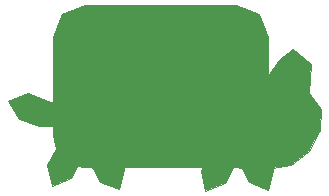
<source format=gts>
G04 #@! TF.FileFunction,Soldermask,Top*
%FSLAX46Y46*%
G04 Gerber Fmt 4.6, Leading zero omitted, Abs format (unit mm)*
G04 Created by KiCad (PCBNEW 4.0.4-stable) date 08/29/17 21:10:05*
%MOMM*%
%LPD*%
G01*
G04 APERTURE LIST*
%ADD10C,0.100000*%
%ADD11C,0.047783*%
%ADD12R,1.200000X1.200000*%
G04 APERTURE END LIST*
D10*
D11*
G36*
X2876086Y2637522D02*
X916539Y1828366D01*
X107383Y-131182D01*
X107383Y-5672938D01*
X-249002Y-5495244D01*
X-2009772Y-4878042D01*
X-3653074Y-5507688D01*
X-2762486Y-7025311D01*
X-1001591Y-7642512D01*
X107385Y-7598088D01*
X107385Y-8366482D01*
X381393Y-9572516D01*
X-352532Y-10972546D01*
X31727Y-12689764D01*
X1662713Y-12029010D01*
X2177629Y-11046835D01*
X2876088Y-11135184D01*
X3473256Y-11135184D01*
X4109001Y-12347567D01*
X5739859Y-13008321D01*
X6124242Y-11291103D01*
X6042488Y-11135185D01*
X12816051Y-11135185D01*
X12662745Y-11427609D01*
X13047004Y-13144952D01*
X14677990Y-12484197D01*
X15385160Y-11135186D01*
X15527141Y-11135186D01*
X16121201Y-11174134D01*
X16760182Y-12393109D01*
X18391168Y-13053863D01*
X18775427Y-11336645D01*
X18699645Y-11192051D01*
X20291059Y-10923517D01*
X21807722Y-9760281D01*
X22744084Y-7994016D01*
X22840090Y-6165951D01*
X21835685Y-4817316D01*
X22028686Y-2371772D01*
X20484184Y-1148940D01*
X19261361Y-2040771D01*
X18385071Y-3414174D01*
X18385071Y-131178D01*
X17575914Y1828368D01*
X15616367Y2637525D01*
X2876096Y2637525D01*
X2876086Y2637522D01*
X2876086Y2637522D01*
G37*
X2876086Y2637522D02*
X916539Y1828366D01*
X107383Y-131182D01*
X107383Y-5672938D01*
X-249002Y-5495244D01*
X-2009772Y-4878042D01*
X-3653074Y-5507688D01*
X-2762486Y-7025311D01*
X-1001591Y-7642512D01*
X107385Y-7598088D01*
X107385Y-8366482D01*
X381393Y-9572516D01*
X-352532Y-10972546D01*
X31727Y-12689764D01*
X1662713Y-12029010D01*
X2177629Y-11046835D01*
X2876088Y-11135184D01*
X3473256Y-11135184D01*
X4109001Y-12347567D01*
X5739859Y-13008321D01*
X6124242Y-11291103D01*
X6042488Y-11135185D01*
X12816051Y-11135185D01*
X12662745Y-11427609D01*
X13047004Y-13144952D01*
X14677990Y-12484197D01*
X15385160Y-11135186D01*
X15527141Y-11135186D01*
X16121201Y-11174134D01*
X16760182Y-12393109D01*
X18391168Y-13053863D01*
X18775427Y-11336645D01*
X18699645Y-11192051D01*
X20291059Y-10923517D01*
X21807722Y-9760281D01*
X22744084Y-7994016D01*
X22840090Y-6165951D01*
X21835685Y-4817316D01*
X22028686Y-2371772D01*
X20484184Y-1148940D01*
X19261361Y-2040771D01*
X18385071Y-3414174D01*
X18385071Y-131178D01*
X17575914Y1828368D01*
X15616367Y2637525D01*
X2876096Y2637525D01*
X2876086Y2637522D01*
D12*
X20317260Y-5584040D03*
X20317260Y-7184040D03*
X14907260Y-5616040D03*
X14907260Y-7216040D03*
M02*

</source>
